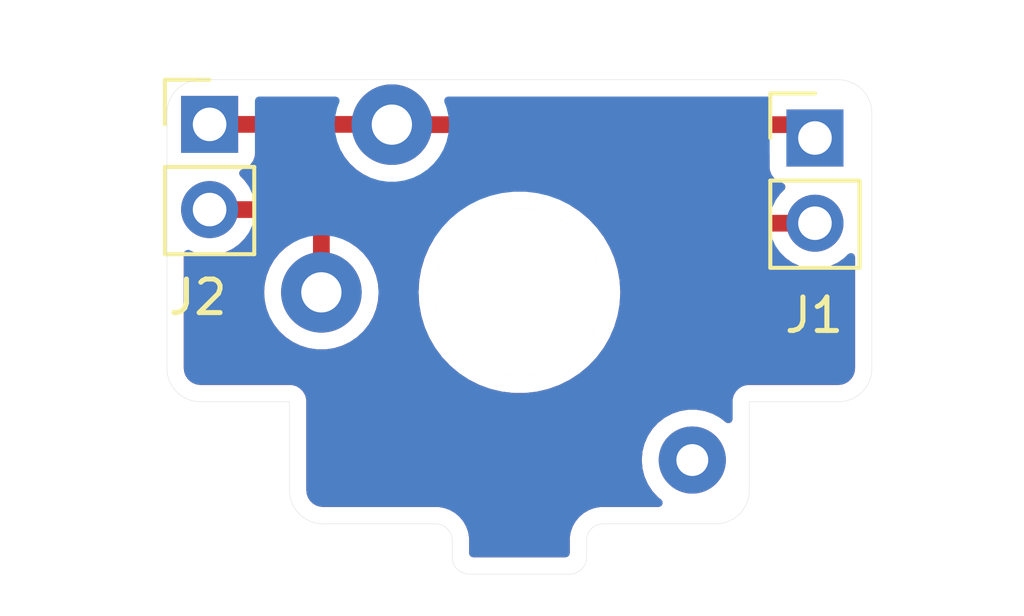
<source format=kicad_pcb>
(kicad_pcb (version 20240108) (generator "pcbnew") (generator_version "8.0")
  (layers (0 "F.Cu" signal) (31 "B.Cu" signal) (34 "B.Paste" user) (35 "F.Paste" user) (36 "B.SilkS" user "B.Silkscreen") (37 "F.SilkS" user "F.Silkscreen") (38 "B.Mask" user) (39 "F.Mask" user) (44 "Edge.Cuts" user))
  (net 0 "")
  (net 1 "Net-(J1-Pin_1)")
  (net 2 "Net-(J1-Pin_2)")
  (footprint "Connector_PinHeader_2.54mm:PinHeader_1x02_P2.54mm_Vertical" (layer "F.Cu") (at 228.4222 146.8628)
    (property "Reference" "J1" (at -0.0254 5.2832 0) (layer "F.SilkS"))
    (property "Value" "Conn_01x02_Pin")
    (fp_line (start -1.33 -1.33) (end 0 -1.33) (stroke (width 0.12)) (layer "F.SilkS"))
    (fp_line (start -1.33 0) (end -1.33 -1.33) (stroke (width 0.12)) (layer "F.SilkS"))
    (fp_line (start -1.33 1.27) (end -1.33 3.87) (stroke (width 0.12)) (layer "F.SilkS"))
    (fp_line (start -1.33 1.27) (end 1.33 1.27) (stroke (width 0.12)) (layer "F.SilkS"))
    (fp_line (start -1.33 3.87) (end 1.33 3.87) (stroke (width 0.12)) (layer "F.SilkS"))
    (fp_line (start 1.33 1.27) (end 1.33 3.87) (stroke (width 0.12)) (layer "F.SilkS"))
    (pad "1" thru_hole rect (at 0 0) (size 1.7 1.7) (drill 1) (layers "*.Cu" "*.Mask") (net 1 "Net-(J1-Pin_1)"))
    (pad "2" thru_hole oval (at 0 2.54) (size 1.7 1.7) (drill 1) (layers "*.Cu" "*.Mask") (net 2 "Net-(J1-Pin_2)"))
  )
  (footprint "Connector_PinHeader_2.54mm:PinHeader_1x02_P2.54mm_Vertical" (layer "F.Cu") (at 210.3882 146.4564)
    (property "Reference" "J2" (at -0.3556 5.1562 0) (layer "F.SilkS"))
    (property "Value" "Conn_01x02_Pin")
    (fp_line (start -1.33 -1.33) (end 0 -1.33) (stroke (width 0.12)) (layer "F.SilkS"))
    (fp_line (start -1.33 0) (end -1.33 -1.33) (stroke (width 0.12)) (layer "F.SilkS"))
    (fp_line (start -1.33 1.27) (end -1.33 3.87) (stroke (width 0.12)) (layer "F.SilkS"))
    (fp_line (start -1.33 1.27) (end 1.33 1.27) (stroke (width 0.12)) (layer "F.SilkS"))
    (fp_line (start -1.33 3.87) (end 1.33 3.87) (stroke (width 0.12)) (layer "F.SilkS"))
    (fp_line (start 1.33 1.27) (end 1.33 3.87) (stroke (width 0.12)) (layer "F.SilkS"))
    (pad "1" thru_hole rect (at 0 0) (size 1.7 1.7) (drill 1) (layers "*.Cu" "*.Mask") (net 1 "Net-(J1-Pin_1)"))
    (pad "2" thru_hole oval (at 0 2.54) (size 1.7 1.7) (drill 1) (layers "*.Cu" "*.Mask") (net 2 "Net-(J1-Pin_2)"))
  )
  (footprint "hhl:PG1353" (layer "F.Cu") (at 219.618198 151.4642)
    (property "Reference" "SW1" (hide yes))
    (property "Value" "SW_Push" (hide yes))
    (fp_circle (center 0 0) (end 2.5 0) (stroke (width 0.001)) (fill none) (layer "Edge.Cuts"))
    (pad "" np_thru_hole circle (at 5.15 5) (size 2 2) (drill 0.95) (layers "F&B.Cu" "*.Mask"))
    (pad "1" thru_hole circle (at -3.8 -5) (size 2.4 2.4) (drill 1.2) (layers "*.Cu" "*.Mask") (net 1 "Net-(J1-Pin_1)"))
    (pad "2" thru_hole circle (at -5.9 0) (size 2.4 2.4) (drill 1.2) (layers "*.Cu" "*.Mask") (net 2 "Net-(J1-Pin_2)"))
  )
  (gr_line (start 217.618198 158.8642) (end 217.618201 158.8642) (stroke (width 0.01)) (layer "Edge.Cuts"))
  (gr_line (start 217.618198 159.3642) (end 217.618201 159.3642) (stroke (width 0.01)) (layer "Edge.Cuts"))
  (gr_line (start 212.7682 154.726203) (end 212.7682 157.3642) (stroke (width 0.01)) (layer "Edge.Cuts"))
  (gr_arc (start 213.768198 158.3642) (mid 213.061091 158.071307) (end 212.768198 157.3642) (stroke (width 0.01)) (layer "Edge.Cuts"))
  (gr_line (start 212.768198 157.3642) (end 212.7682 157.3642) (stroke (width 0.01)) (layer "Edge.Cuts"))
  (gr_arc (start 230.118201 153.7262) (mid 229.825307 154.433309) (end 229.118198 154.726203) (stroke (width 0.01)) (layer "Edge.Cuts"))
  (gr_line (start 229.118198 145.126203) (end 210.118198 145.126203) (stroke (width 0.01)) (layer "Edge.Cuts"))
  (gr_arc (start 210.118198 154.726203) (mid 209.411089 154.433309) (end 209.1182 153.7262) (stroke (width 0.01)) (layer "Edge.Cuts"))
  (gr_line (start 213.768198 158.3642) (end 217.118198 158.3642) (stroke (width 0.01)) (layer "Edge.Cuts"))
  (gr_line (start 209.1182 146.1262) (end 209.1182 153.7262) (stroke (width 0.01)) (layer "Edge.Cuts"))
  (gr_line (start 222.118198 158.3642) (end 225.468198 158.3642) (stroke (width 0.01)) (layer "Edge.Cuts"))
  (gr_arc (start 217.118198 158.3642) (mid 217.471751 158.510647) (end 217.618198 158.8642) (stroke (width 0.01)) (layer "Edge.Cuts"))
  (gr_arc (start 229.118198 145.126203) (mid 229.825304 145.419096) (end 230.118201 146.126203) (stroke (width 0.01)) (layer "Edge.Cuts"))
  (gr_arc (start 209.1182 146.1262) (mid 209.411093 145.419095) (end 210.118198 145.126203) (stroke (width 0.01)) (layer "Edge.Cuts"))
  (gr_line (start 217.618201 158.8642) (end 217.618201 159.3642) (stroke (width 0.01)) (layer "Edge.Cuts"))
  (gr_line (start 226.468201 154.726203) (end 229.118198 154.726203) (stroke (width 0.01)) (layer "Edge.Cuts"))
  (gr_line (start 218.118198 159.8642) (end 221.118198 159.8642) (stroke (width 0.01)) (layer "Edge.Cuts"))
  (gr_line (start 210.118198 154.726203) (end 212.7682 154.726203) (stroke (width 0.01)) (layer "Edge.Cuts"))
  (gr_line (start 221.618201 159.3642) (end 221.618201 158.8642) (stroke (width 0.01)) (layer "Edge.Cuts"))
  (gr_arc (start 218.118198 159.8642) (mid 217.764645 159.717753) (end 217.618198 159.3642) (stroke (width 0.01)) (layer "Edge.Cuts"))
  (gr_arc (start 221.618201 159.3642) (mid 221.471754 159.717756) (end 221.118198 159.8642) (stroke (width 0.01)) (layer "Edge.Cuts"))
  (gr_arc (start 221.618201 158.8642) (mid 221.764647 158.510649) (end 222.118198 158.3642) (stroke (width 0.01)) (layer "Edge.Cuts"))
  (gr_line (start 226.468201 157.3642) (end 226.468201 154.726203) (stroke (width 0.01)) (layer "Edge.Cuts"))
  (gr_line (start 230.118201 153.7262) (end 230.118201 146.126203) (stroke (width 0.01)) (layer "Edge.Cuts"))
  (gr_arc (start 226.468201 157.3642) (mid 226.175307 158.071309) (end 225.468198 158.3642) (stroke (width 0.01)) (layer "Edge.Cuts"))
  (segment (start 215.810398 146.4564) (end 215.818198 146.4642) (width 0.5) (layer "F.Cu") (net 1))
  (segment (start 215.818198 146.4642) (end 228.0236 146.4642) (width 0.5) (layer "F.Cu") (net 1))
  (segment (start 210.3882 146.4564) (end 215.810398 146.4564) (width 0.5) (layer "F.Cu") (net 1))
  (segment (start 228.0236 146.4642) (end 228.4222 146.8628) (width 0.5) (layer "F.Cu") (net 1))
  (segment (start 216.7382 148.9964) (end 217.8304 147.9042) (width 0.5) (layer "F.Cu") (net 2))
  (segment (start 213.1822 148.9964) (end 216.7382 148.9964) (width 0.5) (layer "F.Cu") (net 2))
  (segment (start 210.3882 148.9964) (end 213.1822 148.9964) (width 0.5) (layer "F.Cu") (net 2))
  (segment (start 213.1822 148.9964) (end 213.718198 149.532398) (width 0.5) (layer "F.Cu") (net 2))
  (segment (start 213.718198 149.532398) (end 213.718198 151.4642) (width 0.5) (layer "F.Cu") (net 2))
  (segment (start 224.6884 147.9042) (end 226.187 149.4028) (width 0.5) (layer "F.Cu") (net 2))
  (segment (start 226.187 149.4028) (end 228.4222 149.4028) (width 0.5) (layer "F.Cu") (net 2))
  (segment (start 217.8304 147.9042) (end 224.6884 147.9042) (width 0.5) (layer "F.Cu") (net 2))
  (zone (net 0) (net_name "") (layers "F&B.Cu") (connect_pads (clearance 0.5)) (min_thickness 0.25) (fill yes (thermal_gap 0.5) (thermal_bridge_width 0.5) (island_removal_mode 1) (island_area_min 10))
    (polygon (pts (xy 205.0542 142.748) (xy 232.3084 142.748) (xy 232.1052 160.909) (xy 204.4954 161.1122)))
  )
)
</source>
